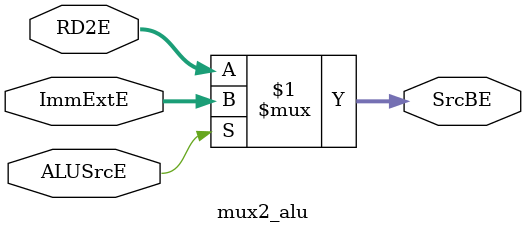
<source format=v>
module mux2_alu #(parameter WIDTH = 8) 
                    (input [WIDTH-1:0] RD2E, ImmExtE,
                       input              ALUSrcE,
                       output [WIDTH-1:0] SrcBE);
     assign SrcBE = ALUSrcE ?  ImmExtE:RD2E;
endmodule


// To call this module:
//  mux2_alu #(32)   mux(RegisterData, ImmValue, ContSelector, OutB);

</source>
